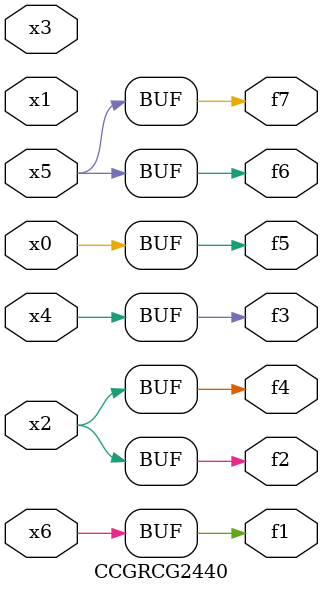
<source format=v>
module CCGRCG2440(
	input x0, x1, x2, x3, x4, x5, x6,
	output f1, f2, f3, f4, f5, f6, f7
);
	assign f1 = x6;
	assign f2 = x2;
	assign f3 = x4;
	assign f4 = x2;
	assign f5 = x0;
	assign f6 = x5;
	assign f7 = x5;
endmodule

</source>
